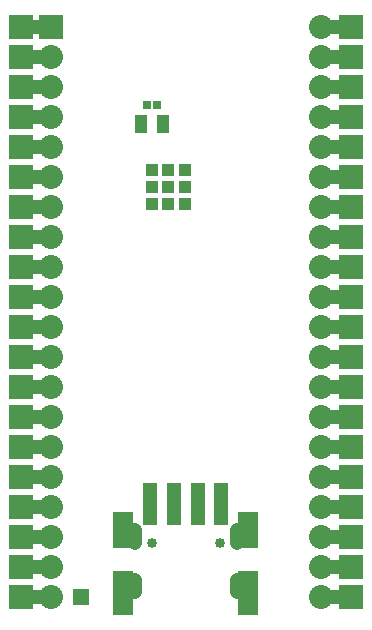
<source format=gbs>
G75*
%MOIN*%
%OFA0B0*%
%FSLAX25Y25*%
%IPPOS*%
%LPD*%
%AMOC8*
5,1,8,0,0,1.08239X$1,22.5*
%
%ADD10R,0.15000X0.05000*%
%ADD11R,0.08000X0.08000*%
%ADD12C,0.08000*%
%ADD13C,0.04734*%
%ADD14C,0.03356*%
%ADD15R,0.04143X0.06112*%
%ADD16R,0.03041X0.03041*%
%ADD17R,0.04537X0.13986*%
%ADD18R,0.06506X0.14773*%
%ADD19R,0.06506X0.12411*%
%ADD20R,0.04143X0.04143*%
%ADD21R,0.05324X0.05324*%
D10*
X0012083Y0010050D03*
X0012083Y0020050D03*
X0012083Y0030050D03*
X0012083Y0040050D03*
X0012083Y0050050D03*
X0012083Y0060050D03*
X0012083Y0070050D03*
X0012083Y0080050D03*
X0012083Y0090050D03*
X0012083Y0100050D03*
X0012083Y0110050D03*
X0012083Y0120050D03*
X0012083Y0130050D03*
X0012083Y0140050D03*
X0012083Y0150050D03*
X0012083Y0160050D03*
X0012083Y0170050D03*
X0012083Y0180050D03*
X0012083Y0190050D03*
X0012083Y0200050D03*
X0112083Y0200050D03*
X0112083Y0190050D03*
X0112083Y0180050D03*
X0112083Y0170050D03*
X0112083Y0160050D03*
X0112083Y0150050D03*
X0112083Y0140050D03*
X0112083Y0130050D03*
X0112083Y0120050D03*
X0112083Y0110050D03*
X0112083Y0100050D03*
X0112083Y0090050D03*
X0112083Y0080050D03*
X0112083Y0070050D03*
X0112083Y0060050D03*
X0112083Y0050050D03*
X0112083Y0040050D03*
X0112083Y0030050D03*
X0112083Y0020050D03*
X0112083Y0010050D03*
D11*
X0007083Y0010050D03*
X0007083Y0020050D03*
X0007083Y0030050D03*
X0007083Y0040050D03*
X0007083Y0050050D03*
X0007083Y0060050D03*
X0007083Y0070050D03*
X0007083Y0080050D03*
X0007083Y0090050D03*
X0007083Y0100050D03*
X0007083Y0110050D03*
X0007083Y0120050D03*
X0007083Y0130050D03*
X0007083Y0140050D03*
X0007083Y0150050D03*
X0007083Y0160050D03*
X0007083Y0170050D03*
X0007083Y0180050D03*
X0007083Y0190050D03*
X0007083Y0200050D03*
X0017083Y0200050D03*
X0117083Y0200050D03*
X0117083Y0190050D03*
X0117083Y0180050D03*
X0117083Y0170050D03*
X0117083Y0160050D03*
X0117083Y0150050D03*
X0117083Y0140050D03*
X0117083Y0130050D03*
X0117083Y0120050D03*
X0117083Y0110050D03*
X0117083Y0100050D03*
X0117083Y0090050D03*
X0117083Y0080050D03*
X0117083Y0070050D03*
X0117083Y0060050D03*
X0117083Y0050050D03*
X0117083Y0040050D03*
X0117083Y0030050D03*
X0117083Y0020050D03*
X0117083Y0010050D03*
D12*
X0107083Y0010050D03*
X0107083Y0020050D03*
X0107083Y0030050D03*
X0107083Y0040050D03*
X0107083Y0050050D03*
X0107083Y0060050D03*
X0107083Y0070050D03*
X0107083Y0080050D03*
X0107083Y0090050D03*
X0107083Y0100050D03*
X0107083Y0110050D03*
X0107083Y0120050D03*
X0107083Y0130050D03*
X0107083Y0140050D03*
X0107083Y0150050D03*
X0107083Y0160050D03*
X0107083Y0170050D03*
X0107083Y0180050D03*
X0107083Y0190050D03*
X0107083Y0200050D03*
X0017083Y0190050D03*
X0017083Y0180050D03*
X0017083Y0170050D03*
X0017083Y0160050D03*
X0017083Y0150050D03*
X0017083Y0140050D03*
X0017083Y0130050D03*
X0017083Y0120050D03*
X0017083Y0110050D03*
X0017083Y0100050D03*
X0017083Y0090050D03*
X0017083Y0080050D03*
X0017083Y0070050D03*
X0017083Y0060050D03*
X0017083Y0050050D03*
X0017083Y0040050D03*
X0017083Y0030050D03*
X0017083Y0020050D03*
X0017083Y0010050D03*
D13*
X0045075Y0011644D02*
X0045075Y0015778D01*
X0045075Y0028101D02*
X0045075Y0032235D01*
X0079091Y0032235D02*
X0079091Y0028101D01*
X0079091Y0015778D02*
X0079091Y0011644D01*
D14*
X0073461Y0028081D03*
X0050705Y0028081D03*
D15*
X0047289Y0167550D03*
X0054376Y0167550D03*
D16*
X0052604Y0173800D03*
X0049061Y0173800D03*
D17*
X0050272Y0040867D03*
X0058146Y0040867D03*
X0066020Y0040867D03*
X0073894Y0040867D03*
D18*
X0082949Y0011339D03*
X0041217Y0011339D03*
D19*
X0041217Y0032206D03*
X0082949Y0032206D03*
D20*
X0061689Y0141103D03*
X0061689Y0146615D03*
X0061689Y0152127D03*
X0056177Y0152127D03*
X0056177Y0146615D03*
X0056177Y0141103D03*
X0050665Y0141103D03*
X0050665Y0146615D03*
X0050665Y0152127D03*
D21*
X0027083Y0010050D03*
M02*

</source>
